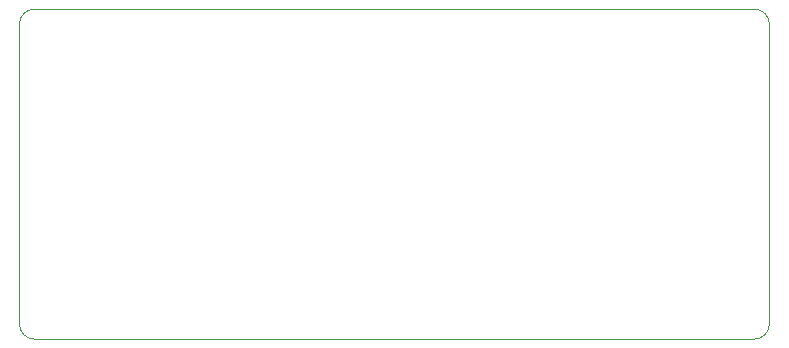
<source format=gbr>
%TF.GenerationSoftware,KiCad,Pcbnew,7.0.2*%
%TF.CreationDate,2023-07-04T13:12:25+09:00*%
%TF.ProjectId,TangNano9K5V,54616e67-4e61-46e6-9f39-4b35562e6b69,rev?*%
%TF.SameCoordinates,Original*%
%TF.FileFunction,Profile,NP*%
%FSLAX46Y46*%
G04 Gerber Fmt 4.6, Leading zero omitted, Abs format (unit mm)*
G04 Created by KiCad (PCBNEW 7.0.2) date 2023-07-04 13:12:25*
%MOMM*%
%LPD*%
G01*
G04 APERTURE LIST*
%TA.AperFunction,Profile*%
%ADD10C,0.100000*%
%TD*%
G04 APERTURE END LIST*
D10*
X63500000Y-1270000D02*
G75*
G03*
X62230000Y0I-1270000J0D01*
G01*
X63500000Y-26670000D02*
X63500000Y-1270000D01*
X62230000Y0D02*
X1270000Y0D01*
X0Y-26670000D02*
G75*
G03*
X1270000Y-27940000I1270000J0D01*
G01*
X62230000Y-27940000D02*
G75*
G03*
X63500000Y-26670000I0J1270000D01*
G01*
X1270000Y-27940000D02*
X62230000Y-27940000D01*
X1270000Y0D02*
G75*
G03*
X0Y-1270000I0J-1270000D01*
G01*
X0Y-1270000D02*
X0Y-26670000D01*
M02*

</source>
